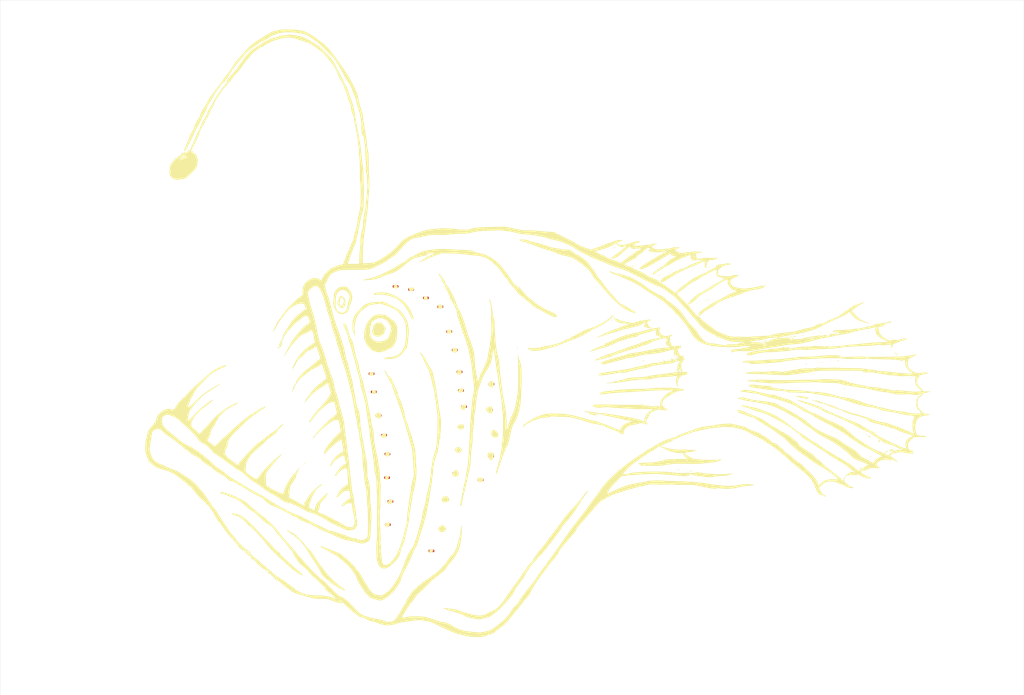
<source format=kicad_pcb>
(kicad_pcb (version 20171130) (host pcbnew "(5.1.0)-1")
  (layers (0 F.Cu signal) (31 B.Cu signal) (34 B.Paste user) (35 F.Paste user) (36 B.SilkS user) (37 F.SilkS user) (38 B.Mask user) (39 F.Mask user) (44 Edge.Cuts user))
  (net 0 "")
  (net 1 "Net-(D1-Pad2)")
  (net 2 "Net-(D1-Pad1)")
  (net 3 "Net-(D2-Pad2)")
  (net 4 "Net-(D2-Pad1)")
  (net 5 "Net-(D3-Pad2)")
  (net 6 "Net-(D3-Pad1)")
  (net 7 "Net-(D4-Pad2)")
  (net 8 "Net-(D4-Pad1)")
  (net 9 "Net-(D5-Pad2)")
  (net 10 "Net-(D5-Pad1)")
  (net 11 "Net-(D6-Pad2)")
  (net 12 "Net-(D6-Pad1)")
  (net 13 "Net-(D7-Pad2)")
  (net 14 "Net-(D7-Pad1)")
  (net 15 "Net-(D8-Pad2)")
  (net 16 "Net-(D8-Pad1)")
  (net 17 "Net-(D9-Pad2)")
  (net 18 "Net-(D9-Pad1)")
  (net 19 "Net-(D10-Pad2)")
  (net 20 "Net-(D10-Pad1)")
  (net 21 "Net-(D11-Pad2)")
  (net 22 "Net-(D11-Pad1)")
  (net 23 "Net-(D12-Pad2)")
  (net 24 "Net-(D12-Pad1)")
  (net 25 "Net-(D13-Pad2)")
  (net 26 "Net-(D13-Pad1)")
  (net 27 "Net-(D14-Pad2)")
  (net 28 "Net-(D14-Pad1)")
  (net 29 "Net-(D15-Pad2)")
  (net 30 "Net-(D15-Pad1)")
  (net 31 "Net-(D16-Pad2)")
  (net 32 "Net-(D16-Pad1)")
  (net 33 "Net-(D17-Pad2)")
  (net 34 "Net-(D17-Pad1)")
  (net 35 "Net-(D18-Pad2)")
  (net 36 "Net-(D18-Pad1)")
  (net 37 "Net-(D19-Pad2)")
  (net 38 "Net-(D19-Pad1)")
  (net 39 "Net-(D20-Pad2)")
  (net 40 "Net-(D20-Pad1)")
  (net 41 "Net-(D21-Pad2)")
  (net 42 "Net-(D21-Pad1)")
  (net 43 "Net-(D22-Pad2)")
  (net 44 "Net-(D22-Pad1)")
  (net 45 "Net-(D23-Pad2)")
  (net 46 "Net-(D23-Pad1)")
  (net 47 "Net-(D24-Pad2)")
  (net 48 "Net-(D24-Pad1)")
  (net 49 "Net-(D25-Pad2)")
  (net 50 "Net-(D25-Pad1)")
  (net 51 "Net-(D26-Pad2)")
  (net 52 "Net-(D26-Pad1)")
  (net 53 "Net-(D27-Pad2)")
  (net 54 "Net-(D27-Pad1)")
  (net 55 "Net-(D28-Pad2)")
  (net 56 "Net-(D28-Pad1)")
  (net 57 "Net-(D29-Pad2)")
  (net 58 "Net-(D29-Pad1)")
  (net 59 "Net-(D1-Pad6)")
  (net 60 "Net-(D1-Pad4)")
  (net 61 "Net-(D1-Pad5)")
  (net 62 "Net-(D1-Pad3)")
  (module LED_SMD:LED-APA102-2020 (layer F.Cu) (at 59.8 55.2)
    (fp_text reference D1)
    (fp_text value APA102-2020)
    (pad 6 smd rect (at 0 0.59 90) (size 1.48 0.5) (layers F.Cu F.Paste F.Mask) (net 59 "Net-(D1-Pad6)"))
    (pad 1 smd rect (at 0 -0.83 90) (size 1 0.5) (layers F.Cu F.Paste F.Mask) (net 2 "Net-(D1-Pad1)"))
    (pad 6 smd rect (at 0.85 -0.9) (size 0.8 0.5) (layers F.Cu F.Paste F.Mask) (net 59 "Net-(D1-Pad6)"))
    (pad 4 smd rect (at 0.85 0.9) (size 0.8 0.5) (layers F.Cu F.Paste F.Mask) (net 60 "Net-(D1-Pad4)"))
    (pad 5 smd rect (at 0.85 0) (size 0.8 0.3) (layers F.Cu F.Paste F.Mask) (net 61 "Net-(D1-Pad5)"))
    (pad 3 smd rect (at -0.85 0.9) (size 0.8 0.5) (layers F.Cu F.Paste F.Mask) (net 62 "Net-(D1-Pad3)"))
    (pad 2 smd rect (at -0.85 0) (size 0.8 0.3) (layers F.Cu F.Paste F.Mask) (net 1 "Net-(D1-Pad2)"))
    (pad 1 smd rect (at -0.85 -0.9) (size 0.8 0.5) (layers F.Cu F.Paste F.Mask) (net 2 "Net-(D1-Pad1)"))
  )
  (module LED_SMD:LED_0402_1005Metric (layer F.Cu) (at 140.1 139.9)
    (fp_text reference D29)
    (fp_text value LED)
    (pad 2 smd roundrect (at 0.485 0) (size 0.59 0.64) (layers F.Cu F.Paste F.Mask) (net 57 "Net-(D29-Pad2)"))
    (pad 1 smd roundrect (at -0.485 0) (size 0.59 0.64) (layers F.Cu F.Paste F.Mask) (net 58 "Net-(D29-Pad1)"))
  )
  (module LED_SMD:LED_0402_1005Metric (layer F.Cu) (at 142.9 133.5)
    (fp_text reference D28)
    (fp_text value LED)
    (pad 2 smd roundrect (at 0.485 0) (size 0.59 0.64) (layers F.Cu F.Paste F.Mask) (net 55 "Net-(D28-Pad2)"))
    (pad 1 smd roundrect (at -0.485 0) (size 0.59 0.64) (layers F.Cu F.Paste F.Mask) (net 56 "Net-(D28-Pad1)"))
  )
  (module LED_SMD:LED_0402_1005Metric (layer F.Cu) (at 143.9 127.4)
    (fp_text reference D27)
    (fp_text value LED)
    (pad 2 smd roundrect (at 0.485 0) (size 0.59 0.64) (layers F.Cu F.Paste F.Mask) (net 53 "Net-(D27-Pad2)"))
    (pad 1 smd roundrect (at -0.485 0) (size 0.59 0.64) (layers F.Cu F.Paste F.Mask) (net 54 "Net-(D27-Pad1)"))
  )
  (module LED_SMD:LED_0402_1005Metric (layer F.Cu) (at 142.6 121)
    (fp_text reference D26)
    (fp_text value LED)
    (pad 2 smd roundrect (at 0.485 0) (size 0.59 0.64) (layers F.Cu F.Paste F.Mask) (net 51 "Net-(D26-Pad2)"))
    (pad 1 smd roundrect (at -0.485 0) (size 0.59 0.64) (layers F.Cu F.Paste F.Mask) (net 52 "Net-(D26-Pad1)"))
  )
  (module LED_SMD:LED_0402_1005Metric (layer F.Cu) (at 143 114)
    (fp_text reference D25)
    (fp_text value LED)
    (pad 2 smd roundrect (at 0.485 0) (size 0.59 0.64) (layers F.Cu F.Paste F.Mask) (net 49 "Net-(D25-Pad2)"))
    (pad 1 smd roundrect (at -0.485 0) (size 0.59 0.64) (layers F.Cu F.Paste F.Mask) (net 50 "Net-(D25-Pad1)"))
  )
  (module LED_SMD:LED_0402_1005Metric (layer F.Cu) (at 110.6 111.2)
    (fp_text reference D24)
    (fp_text value LED)
    (pad 2 smd roundrect (at 0.485 0) (size 0.59 0.64) (layers F.Cu F.Paste F.Mask) (net 47 "Net-(D24-Pad2)"))
    (pad 1 smd roundrect (at -0.485 0) (size 0.59 0.64) (layers F.Cu F.Paste F.Mask) (net 48 "Net-(D24-Pad1)"))
  )
  (module LED_SMD:LED_0402_1005Metric (layer F.Cu) (at 111.2 116.1)
    (fp_text reference D23)
    (fp_text value LED)
    (pad 2 smd roundrect (at 0.485 0) (size 0.59 0.64) (layers F.Cu F.Paste F.Mask) (net 45 "Net-(D23-Pad2)"))
    (pad 1 smd roundrect (at -0.485 0) (size 0.59 0.64) (layers F.Cu F.Paste F.Mask) (net 46 "Net-(D23-Pad1)"))
  )
  (module LED_SMD:LED_0402_1005Metric (layer F.Cu) (at 112.5 122.5)
    (fp_text reference D22)
    (fp_text value LED)
    (pad 2 smd roundrect (at 0.485 0) (size 0.59 0.64) (layers F.Cu F.Paste F.Mask) (net 43 "Net-(D22-Pad2)"))
    (pad 1 smd roundrect (at -0.485 0) (size 0.59 0.64) (layers F.Cu F.Paste F.Mask) (net 44 "Net-(D22-Pad1)"))
  )
  (module LED_SMD:LED_0402_1005Metric (layer F.Cu) (at 114 127.8)
    (fp_text reference D21)
    (fp_text value LED)
    (pad 2 smd roundrect (at 0.485 0) (size 0.59 0.64) (layers F.Cu F.Paste F.Mask) (net 41 "Net-(D21-Pad2)"))
    (pad 1 smd roundrect (at -0.485 0) (size 0.59 0.64) (layers F.Cu F.Paste F.Mask) (net 42 "Net-(D21-Pad1)"))
  )
  (module LED_SMD:LED_0402_1005Metric (layer F.Cu) (at 114.9 132.9)
    (fp_text reference D20)
    (fp_text value LED)
    (pad 2 smd roundrect (at 0.485 0) (size 0.59 0.64) (layers F.Cu F.Paste F.Mask) (net 39 "Net-(D20-Pad2)"))
    (pad 1 smd roundrect (at -0.485 0) (size 0.59 0.64) (layers F.Cu F.Paste F.Mask) (net 40 "Net-(D20-Pad1)"))
  )
  (module LED_SMD:LED_0402_1005Metric (layer F.Cu) (at 114.8 139.3)
    (fp_text reference D19)
    (fp_text value LED)
    (pad 2 smd roundrect (at 0.485 0) (size 0.59 0.64) (layers F.Cu F.Paste F.Mask) (net 37 "Net-(D19-Pad2)"))
    (pad 1 smd roundrect (at -0.485 0) (size 0.59 0.64) (layers F.Cu F.Paste F.Mask) (net 38 "Net-(D19-Pad1)"))
  )
  (module LED_SMD:LED_0402_1005Metric (layer F.Cu) (at 115.7 145.7)
    (fp_text reference D18)
    (fp_text value LED)
    (pad 2 smd roundrect (at 0.485 0) (size 0.59 0.64) (layers F.Cu F.Paste F.Mask) (net 35 "Net-(D18-Pad2)"))
    (pad 1 smd roundrect (at -0.485 0) (size 0.59 0.64) (layers F.Cu F.Paste F.Mask) (net 36 "Net-(D18-Pad1)"))
  )
  (module LED_SMD:LED_0402_1005Metric (layer F.Cu) (at 115 152)
    (fp_text reference D17)
    (fp_text value LED)
    (pad 2 smd roundrect (at 0.485 0) (size 0.59 0.64) (layers F.Cu F.Paste F.Mask) (net 33 "Net-(D17-Pad2)"))
    (pad 1 smd roundrect (at -0.485 0) (size 0.59 0.64) (layers F.Cu F.Paste F.Mask) (net 34 "Net-(D17-Pad1)"))
  )
  (module LED_SMD:LED_0402_1005Metric (layer F.Cu) (at 126.8 159.1)
    (fp_text reference D16)
    (fp_text value LED)
    (pad 2 smd roundrect (at 0.485 0) (size 0.59 0.64) (layers F.Cu F.Paste F.Mask) (net 31 "Net-(D16-Pad2)"))
    (pad 1 smd roundrect (at -0.485 0) (size 0.59 0.64) (layers F.Cu F.Paste F.Mask) (net 32 "Net-(D16-Pad1)"))
  )
  (module LED_SMD:LED_0402_1005Metric (layer F.Cu) (at 129.7 153.1)
    (fp_text reference D15)
    (fp_text value LED)
    (pad 2 smd roundrect (at 0.485 0) (size 0.59 0.64) (layers F.Cu F.Paste F.Mask) (net 29 "Net-(D15-Pad2)"))
    (pad 1 smd roundrect (at -0.485 0) (size 0.59 0.64) (layers F.Cu F.Paste F.Mask) (net 30 "Net-(D15-Pad1)"))
  )
  (module LED_SMD:LED_0402_1005Metric (layer F.Cu) (at 130.7 145.2)
    (fp_text reference D14)
    (fp_text value LED)
    (pad 2 smd roundrect (at 0.485 0) (size 0.59 0.64) (layers F.Cu F.Paste F.Mask) (net 27 "Net-(D14-Pad2)"))
    (pad 1 smd roundrect (at -0.485 0) (size 0.59 0.64) (layers F.Cu F.Paste F.Mask) (net 28 "Net-(D14-Pad1)"))
  )
  (module LED_SMD:LED_0402_1005Metric (layer F.Cu) (at 133.3 138.1)
    (fp_text reference D13)
    (fp_text value LED)
    (pad 2 smd roundrect (at 0.485 0) (size 0.59 0.64) (layers F.Cu F.Paste F.Mask) (net 25 "Net-(D13-Pad2)"))
    (pad 1 smd roundrect (at -0.485 0) (size 0.59 0.64) (layers F.Cu F.Paste F.Mask) (net 26 "Net-(D13-Pad1)"))
  )
  (module LED_SMD:LED_0402_1005Metric (layer F.Cu) (at 134.1 131.8)
    (fp_text reference D12)
    (fp_text value LED)
    (pad 2 smd roundrect (at 0.485 0) (size 0.59 0.64) (layers F.Cu F.Paste F.Mask) (net 23 "Net-(D12-Pad2)"))
    (pad 1 smd roundrect (at -0.485 0) (size 0.59 0.64) (layers F.Cu F.Paste F.Mask) (net 24 "Net-(D12-Pad1)"))
  )
  (module LED_SMD:LED_0402_1005Metric (layer F.Cu) (at 134.8 125.5)
    (fp_text reference D11)
    (fp_text value LED)
    (pad 2 smd roundrect (at 0.485 0) (size 0.59 0.64) (layers F.Cu F.Paste F.Mask) (net 21 "Net-(D11-Pad2)"))
    (pad 1 smd roundrect (at -0.485 0) (size 0.59 0.64) (layers F.Cu F.Paste F.Mask) (net 22 "Net-(D11-Pad1)"))
  )
  (module LED_SMD:LED_0402_1005Metric (layer F.Cu) (at 135.6 120.1)
    (fp_text reference D10)
    (fp_text value LED)
    (pad 2 smd roundrect (at 0.485 0) (size 0.59 0.64) (layers F.Cu F.Paste F.Mask) (net 19 "Net-(D10-Pad2)"))
    (pad 1 smd roundrect (at -0.485 0) (size 0.59 0.64) (layers F.Cu F.Paste F.Mask) (net 20 "Net-(D10-Pad1)"))
  )
  (module LED_SMD:LED_0402_1005Metric (layer F.Cu) (at 134.8 115.7)
    (fp_text reference D9)
    (fp_text value LED)
    (pad 2 smd roundrect (at 0.485 0) (size 0.59 0.64) (layers F.Cu F.Paste F.Mask) (net 17 "Net-(D9-Pad2)"))
    (pad 1 smd roundrect (at -0.485 0) (size 0.59 0.64) (layers F.Cu F.Paste F.Mask) (net 18 "Net-(D9-Pad1)"))
  )
  (module LED_SMD:LED_0402_1005Metric (layer F.Cu) (at 134.4 110.7)
    (fp_text reference D8)
    (fp_text value LED)
    (pad 2 smd roundrect (at 0.485 0) (size 0.59 0.64) (layers F.Cu F.Paste F.Mask) (net 15 "Net-(D8-Pad2)"))
    (pad 1 smd roundrect (at -0.485 0) (size 0.59 0.64) (layers F.Cu F.Paste F.Mask) (net 16 "Net-(D8-Pad1)"))
  )
  (module LED_SMD:LED_0402_1005Metric (layer F.Cu) (at 133.1 104.8)
    (fp_text reference D7)
    (fp_text value LED)
    (pad 2 smd roundrect (at 0.485 0) (size 0.59 0.64) (layers F.Cu F.Paste F.Mask) (net 13 "Net-(D7-Pad2)"))
    (pad 1 smd roundrect (at -0.485 0) (size 0.59 0.64) (layers F.Cu F.Paste F.Mask) (net 14 "Net-(D7-Pad1)"))
  )
  (module LED_SMD:LED_0402_1005Metric (layer F.Cu) (at 131.6 99.8)
    (fp_text reference D6)
    (fp_text value LED)
    (pad 2 smd roundrect (at 0.485 0) (size 0.59 0.64) (layers F.Cu F.Paste F.Mask) (net 11 "Net-(D6-Pad2)"))
    (pad 1 smd roundrect (at -0.485 0) (size 0.59 0.64) (layers F.Cu F.Paste F.Mask) (net 12 "Net-(D6-Pad1)"))
  )
  (module LED_SMD:LED_0402_1005Metric (layer F.Cu) (at 129.2 93.1)
    (fp_text reference D5)
    (fp_text value LED)
    (pad 2 smd roundrect (at 0.485 0) (size 0.59 0.64) (layers F.Cu F.Paste F.Mask) (net 9 "Net-(D5-Pad2)"))
    (pad 1 smd roundrect (at -0.485 0) (size 0.59 0.64) (layers F.Cu F.Paste F.Mask) (net 10 "Net-(D5-Pad1)"))
  )
  (module LED_SMD:LED_0402_1005Metric (layer F.Cu) (at 125.3 90.7)
    (fp_text reference D4)
    (fp_text value LED)
    (pad 2 smd roundrect (at 0.485 0) (size 0.59 0.64) (layers F.Cu F.Paste F.Mask) (net 7 "Net-(D4-Pad2)"))
    (pad 1 smd roundrect (at -0.485 0) (size 0.59 0.64) (layers F.Cu F.Paste F.Mask) (net 8 "Net-(D4-Pad1)"))
  )
  (module LED_SMD:LED_0402_1005Metric (layer F.Cu) (at 121.3 88.4)
    (fp_text reference D3)
    (fp_text value LED)
    (pad 2 smd roundrect (at 0.485 0) (size 0.59 0.64) (layers F.Cu F.Paste F.Mask) (net 5 "Net-(D3-Pad2)"))
    (pad 1 smd roundrect (at -0.485 0) (size 0.59 0.64) (layers F.Cu F.Paste F.Mask) (net 6 "Net-(D3-Pad1)"))
  )
  (module LED_SMD:LED_0402_1005Metric (layer F.Cu) (at 117.1 87.6)
    (fp_text reference D2)
    (fp_text value LED)
    (pad 2 smd roundrect (at 0.485 0) (size 0.59 0.64) (layers F.Cu F.Paste F.Mask) (net 3 "Net-(D2-Pad2)"))
    (pad 1 smd roundrect (at -0.485 0) (size 0.59 0.64) (layers F.Cu F.Paste F.Mask) (net 4 "Net-(D2-Pad1)"))
  )
  (module kicad-lib:anglerfish (layer F.Cu) (at 148.5 104)
    (fp_text reference G1 hide)
    (fp_text value LOGO hide)
  )
  (gr_line (start 287.02 10.16) (end 10.16 10.16) (layer Edge.Cuts) (width 0.05))
  (gr_line (start 287.02 198.12) (end 287.02 10.16) (layer Edge.Cuts) (width 0.05))
  (gr_line (start 10.16 198.12) (end 287.02 198.12) (layer Edge.Cuts) (width 0.05))
  (gr_line (start 10.16 10.16) (end 10.16 198.12) (layer Edge.Cuts) (width 0.05))
)
</source>
